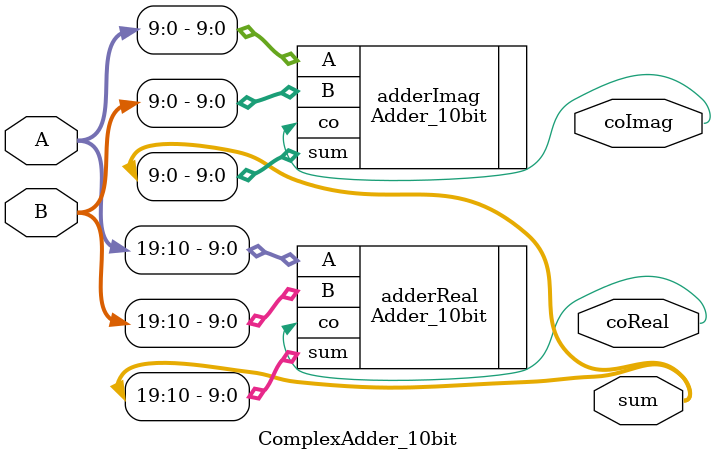
<source format=v>
module ComplexAdder_10bit (A, B, sum, coReal, coImag);
input [19:0] A;
input [19:0] B;
output [19:0] sum;
output coReal;
output coImag;

	Adder_10bit adderReal (
			.A(A[19:10]),
			.B(B[19:10]),
			.sum(sum[19:10]),
			.co(coReal)
			);

	Adder_10bit adderImag (
			.A(A[9:0]),
			.B(B[9:0]),
			.sum(sum[9:0]),
			.co(coImag)
			);

endmodule 
</source>
